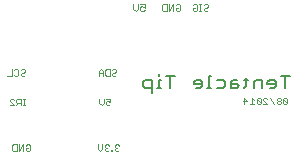
<source format=gbo>
G75*
%MOIN*%
%OFA0B0*%
%FSLAX24Y24*%
%IPPOS*%
%LPD*%
%AMOC8*
5,1,8,0,0,1.08239X$1,22.5*
%
%ADD10C,0.0020*%
%ADD11C,0.0080*%
%ADD12C,0.0040*%
D10*
X003434Y001107D02*
X003471Y001071D01*
X003581Y001071D01*
X003581Y001291D01*
X003471Y001291D01*
X003434Y001254D01*
X003434Y001107D01*
X003655Y001071D02*
X003655Y001291D01*
X003802Y001291D02*
X003655Y001071D01*
X003802Y001071D02*
X003802Y001291D01*
X003876Y001254D02*
X003913Y001291D01*
X003986Y001291D01*
X004023Y001254D01*
X004023Y001107D01*
X003986Y001071D01*
X003913Y001071D01*
X003876Y001107D01*
X003876Y001181D01*
X003950Y001181D01*
X006293Y001144D02*
X006366Y001071D01*
X006439Y001144D01*
X006439Y001291D01*
X006514Y001254D02*
X006514Y001217D01*
X006550Y001181D01*
X006514Y001144D01*
X006514Y001107D01*
X006550Y001071D01*
X006624Y001071D01*
X006660Y001107D01*
X006734Y001107D02*
X006734Y001071D01*
X006771Y001071D01*
X006771Y001107D01*
X006734Y001107D01*
X006845Y001107D02*
X006882Y001071D01*
X006955Y001071D01*
X006992Y001107D01*
X006918Y001181D02*
X006882Y001181D01*
X006845Y001144D01*
X006845Y001107D01*
X006882Y001181D02*
X006845Y001217D01*
X006845Y001254D01*
X006882Y001291D01*
X006955Y001291D01*
X006992Y001254D01*
X006660Y001254D02*
X006624Y001291D01*
X006550Y001291D01*
X006514Y001254D01*
X006550Y001181D02*
X006587Y001181D01*
X006293Y001144D02*
X006293Y001291D01*
X006413Y002592D02*
X006340Y002666D01*
X006340Y002812D01*
X006487Y002812D02*
X006487Y002666D01*
X006413Y002592D01*
X006561Y002629D02*
X006561Y002702D01*
X006598Y002739D01*
X006634Y002739D01*
X006708Y002702D01*
X006708Y002812D01*
X006561Y002812D01*
X006561Y002629D02*
X006598Y002592D01*
X006671Y002592D01*
X006708Y002629D01*
X006687Y003576D02*
X006577Y003576D01*
X006540Y003613D01*
X006540Y003760D01*
X006577Y003797D01*
X006687Y003797D01*
X006687Y003576D01*
X006761Y003613D02*
X006798Y003576D01*
X006871Y003576D01*
X006908Y003613D01*
X006871Y003687D02*
X006798Y003687D01*
X006761Y003650D01*
X006761Y003613D01*
X006871Y003687D02*
X006908Y003723D01*
X006908Y003760D01*
X006871Y003797D01*
X006798Y003797D01*
X006761Y003760D01*
X006466Y003723D02*
X006392Y003797D01*
X006319Y003723D01*
X006319Y003576D01*
X006466Y003576D02*
X006466Y003723D01*
X006466Y003687D02*
X006319Y003687D01*
X003860Y003723D02*
X003824Y003687D01*
X003750Y003687D01*
X003714Y003650D01*
X003714Y003613D01*
X003750Y003576D01*
X003824Y003576D01*
X003860Y003613D01*
X003860Y003723D02*
X003860Y003760D01*
X003824Y003797D01*
X003750Y003797D01*
X003714Y003760D01*
X003639Y003760D02*
X003639Y003613D01*
X003603Y003576D01*
X003529Y003576D01*
X003493Y003613D01*
X003418Y003576D02*
X003272Y003576D01*
X003418Y003576D02*
X003418Y003797D01*
X003493Y003760D02*
X003529Y003797D01*
X003603Y003797D01*
X003639Y003760D01*
X003603Y002812D02*
X003566Y002776D01*
X003566Y002702D01*
X003603Y002666D01*
X003713Y002666D01*
X003640Y002666D02*
X003566Y002592D01*
X003492Y002592D02*
X003345Y002739D01*
X003345Y002776D01*
X003382Y002812D01*
X003455Y002812D01*
X003492Y002776D01*
X003603Y002812D02*
X003713Y002812D01*
X003713Y002592D01*
X003787Y002592D02*
X003860Y002592D01*
X003824Y002592D02*
X003824Y002812D01*
X003860Y002812D02*
X003787Y002812D01*
X003492Y002592D02*
X003345Y002592D01*
X007475Y005815D02*
X007548Y005742D01*
X007621Y005815D01*
X007621Y005962D01*
X007695Y005962D02*
X007842Y005962D01*
X007842Y005852D01*
X007769Y005889D01*
X007732Y005889D01*
X007695Y005852D01*
X007695Y005779D01*
X007732Y005742D01*
X007806Y005742D01*
X007842Y005779D01*
X007475Y005815D02*
X007475Y005962D01*
X008435Y005925D02*
X008435Y005779D01*
X008471Y005742D01*
X008581Y005742D01*
X008581Y005962D01*
X008471Y005962D01*
X008435Y005925D01*
X008656Y005962D02*
X008656Y005742D01*
X008802Y005962D01*
X008802Y005742D01*
X008877Y005779D02*
X008877Y005852D01*
X008950Y005852D01*
X009023Y005925D02*
X009023Y005779D01*
X008987Y005742D01*
X008913Y005742D01*
X008877Y005779D01*
X008877Y005925D02*
X008913Y005962D01*
X008987Y005962D01*
X009023Y005925D01*
X009443Y005925D02*
X009480Y005962D01*
X009553Y005962D01*
X009590Y005925D01*
X009590Y005779D01*
X009553Y005742D01*
X009480Y005742D01*
X009443Y005779D01*
X009443Y005852D01*
X009516Y005852D01*
X009664Y005742D02*
X009737Y005742D01*
X009700Y005742D02*
X009700Y005962D01*
X009664Y005962D02*
X009737Y005962D01*
X009811Y005925D02*
X009848Y005962D01*
X009921Y005962D01*
X009958Y005925D01*
X009958Y005889D01*
X009921Y005852D01*
X009848Y005852D01*
X009811Y005815D01*
X009811Y005779D01*
X009848Y005742D01*
X009921Y005742D01*
X009958Y005779D01*
D11*
X008313Y003650D02*
X008313Y003580D01*
X008563Y003580D02*
X008843Y003580D01*
X008703Y003580D02*
X008703Y003160D01*
X008383Y003160D02*
X008243Y003160D01*
X008313Y003160D02*
X008313Y003440D01*
X008383Y003440D01*
X008076Y003440D02*
X007866Y003440D01*
X007796Y003370D01*
X007796Y003230D01*
X007866Y003160D01*
X008076Y003160D01*
X008076Y003020D02*
X008076Y003440D01*
X009484Y003370D02*
X009484Y003300D01*
X009764Y003300D01*
X009764Y003230D02*
X009764Y003370D01*
X009694Y003440D01*
X009554Y003440D01*
X009484Y003370D01*
X009694Y003160D02*
X009764Y003230D01*
X009694Y003160D02*
X009554Y003160D01*
X009931Y003160D02*
X010071Y003160D01*
X010001Y003160D02*
X010001Y003580D01*
X010071Y003580D01*
X010251Y003440D02*
X010461Y003440D01*
X010532Y003370D01*
X010532Y003230D01*
X010461Y003160D01*
X010251Y003160D01*
X010712Y003160D02*
X010712Y003370D01*
X010782Y003440D01*
X010922Y003440D01*
X011159Y003440D02*
X011299Y003440D01*
X011229Y003510D02*
X011229Y003230D01*
X011159Y003160D01*
X010992Y003230D02*
X010922Y003300D01*
X010712Y003300D01*
X010922Y003160D02*
X010992Y003230D01*
X010922Y003160D02*
X010712Y003160D01*
X011479Y003160D02*
X011479Y003370D01*
X011549Y003440D01*
X011759Y003440D01*
X011759Y003160D01*
X011939Y003300D02*
X012220Y003300D01*
X012220Y003230D02*
X012220Y003370D01*
X012150Y003440D01*
X012009Y003440D01*
X011939Y003370D01*
X011939Y003300D01*
X012009Y003160D02*
X012150Y003160D01*
X012220Y003230D01*
X012540Y003160D02*
X012540Y003580D01*
X012680Y003580D02*
X012400Y003580D01*
D12*
X012346Y002840D02*
X012279Y002840D01*
X012246Y002807D01*
X012246Y002773D01*
X012279Y002740D01*
X012346Y002740D01*
X012379Y002773D01*
X012379Y002807D01*
X012346Y002840D01*
X012467Y002807D02*
X012600Y002673D01*
X012567Y002640D01*
X012500Y002640D01*
X012467Y002673D01*
X012467Y002807D01*
X012500Y002840D01*
X012567Y002840D01*
X012600Y002807D01*
X012600Y002673D01*
X012379Y002673D02*
X012379Y002707D01*
X012346Y002740D01*
X012279Y002740D02*
X012246Y002707D01*
X012246Y002673D01*
X012279Y002640D01*
X012346Y002640D01*
X012379Y002673D01*
X012158Y002640D02*
X012025Y002840D01*
X011937Y002807D02*
X011904Y002840D01*
X011837Y002840D01*
X011804Y002807D01*
X011804Y002773D01*
X011937Y002640D01*
X011804Y002640D01*
X011716Y002673D02*
X011583Y002807D01*
X011583Y002673D01*
X011616Y002640D01*
X011683Y002640D01*
X011716Y002673D01*
X011716Y002807D01*
X011683Y002840D01*
X011616Y002840D01*
X011583Y002807D01*
X011495Y002773D02*
X011428Y002840D01*
X011428Y002640D01*
X011362Y002640D02*
X011495Y002640D01*
X011274Y002740D02*
X011141Y002740D01*
X011174Y002840D02*
X011274Y002740D01*
X011174Y002640D02*
X011174Y002840D01*
M02*

</source>
